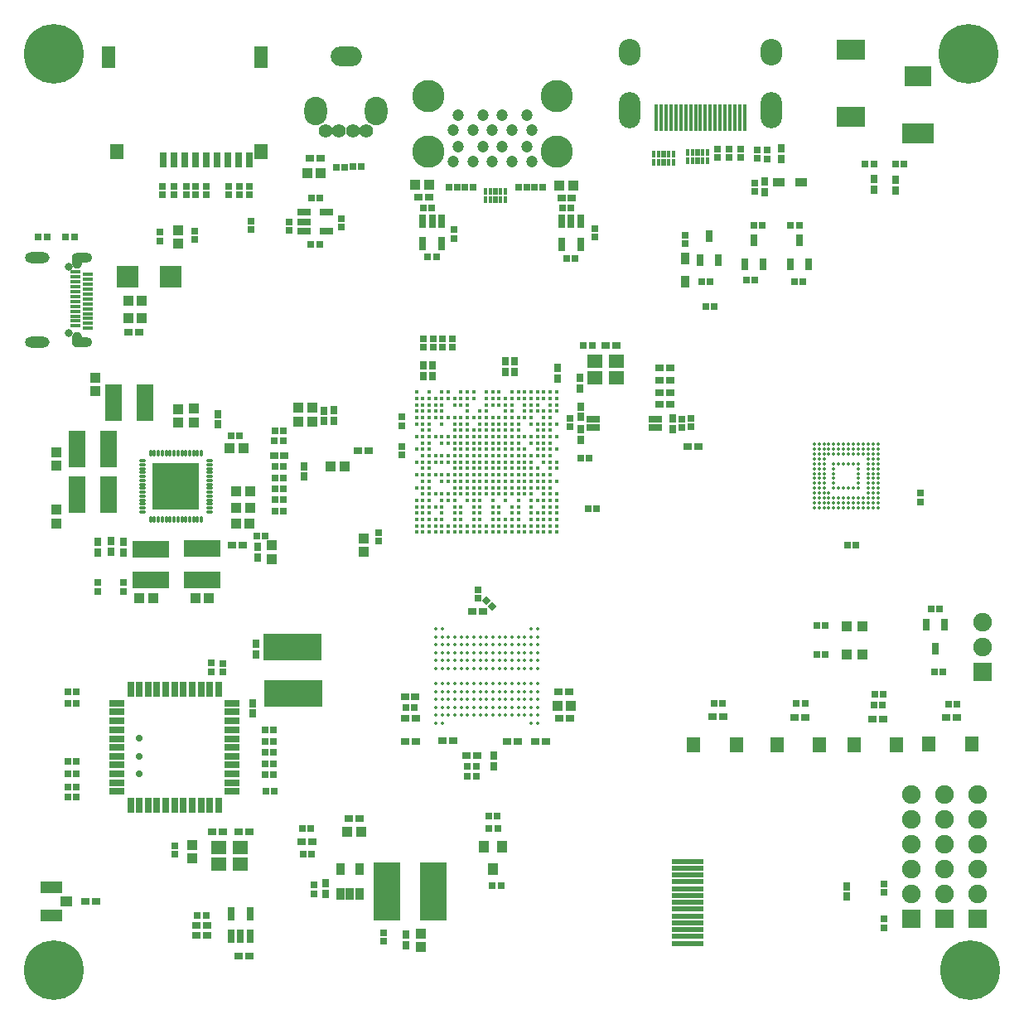
<source format=gts>
G04*
G04 #@! TF.GenerationSoftware,Altium Limited,Altium Designer,25.0.2 (28)*
G04*
G04 Layer_Color=8388736*
%FSLAX44Y44*%
%MOMM*%
G71*
G04*
G04 #@! TF.SameCoordinates,34CB3397-E1FD-41C1-9A6A-8B3E81618BB9*
G04*
G04*
G04 #@! TF.FilePolarity,Negative*
G04*
G01*
G75*
%ADD23C,0.6000*%
%ADD53R,0.6416X0.8917*%
%ADD54R,1.1032X1.0032*%
%ADD55R,0.6673X0.6416*%
%ADD56R,0.8917X0.6416*%
%ADD57R,1.4332X1.5632*%
%ADD58C,0.3556*%
%ADD59C,0.3816*%
%ADD60R,0.7000X1.6000*%
%ADD61R,1.6000X0.7000*%
%ADD62C,0.7000*%
%ADD63R,0.8032X1.5032*%
%ADD64R,1.4032X1.6032*%
%ADD65R,1.4032X2.2032*%
%ADD66R,0.4016X2.7016*%
%ADD67R,2.7032X2.0032*%
%ADD68R,3.0033X2.0032*%
%ADD69R,3.2032X2.0032*%
%ADD70R,0.6416X0.6673*%
%ADD71R,1.2032X0.9532*%
%ADD72R,1.0032X1.1032*%
%ADD73R,1.0516X0.4016*%
%ADD74R,1.6032X1.4032*%
%ADD75R,1.4031X0.8032*%
%ADD76R,0.7532X0.6532*%
G04:AMPARAMS|DCode=77|XSize=0.6673mm|YSize=0.6416mm|CornerRadius=0mm|HoleSize=0mm|Usage=FLASHONLY|Rotation=315.000|XOffset=0mm|YOffset=0mm|HoleType=Round|Shape=Rectangle|*
%AMROTATEDRECTD77*
4,1,4,-0.4627,0.0091,-0.0091,0.4627,0.4627,-0.0091,0.0091,-0.4627,-0.4627,0.0091,0.0*
%
%ADD77ROTATEDRECTD77*%

%ADD78R,5.9032X2.7032*%
%ADD79R,2.7032X5.9032*%
%ADD80R,3.2032X0.6032*%
%ADD81R,0.3016X0.7666*%
%ADD82C,0.3500*%
%ADD83O,0.3016X0.7666*%
%ADD84O,0.7666X0.3016*%
%ADD85R,4.7016X4.7016*%
%ADD86R,1.3782X0.6932*%
%ADD87R,1.3602X0.6932*%
%ADD88R,0.6532X0.7532*%
%ADD89R,1.0032X1.2032*%
%ADD90R,0.5016X0.7666*%
%ADD91R,0.9532X1.2032*%
%ADD92R,2.2032X2.2032*%
%ADD93R,1.1500X1.1000*%
%ADD94R,2.3000X1.1500*%
%ADD95R,0.6932X1.3782*%
%ADD96R,0.6932X1.3602*%
%ADD97R,0.9032X1.3032*%
%ADD98R,1.8032X3.7032*%
%ADD99R,3.7032X1.8032*%
%ADD100R,1.0032X1.0032*%
%ADD101R,0.8032X1.2732*%
%ADD102R,1.9032X1.9032*%
%ADD103C,1.9032*%
%ADD104C,6.1000*%
%ADD105O,2.2032X3.7032*%
%ADD106O,2.2032X2.7032*%
%ADD107O,2.1016X1.0016*%
%ADD108O,1.0016X1.6016*%
%ADD109O,2.5016X1.1016*%
%ADD110C,0.8032*%
%ADD111C,3.3000*%
%ADD112C,1.2000*%
%ADD113O,3.2032X2.0032*%
%ADD114O,2.3032X2.9032*%
%ADD115O,2.3032X2.9032*%
%ADD116C,1.4031*%
D23*
X102870Y11430D02*
D03*
X85090Y20320D02*
D03*
X119380Y19050D02*
D03*
X80010Y35560D02*
D03*
X125730D02*
D03*
X86360Y52070D02*
D03*
X119380D02*
D03*
X102870Y58420D02*
D03*
Y947420D02*
D03*
X85090Y956310D02*
D03*
X119380Y955040D02*
D03*
X80010Y971550D02*
D03*
X125730D02*
D03*
X86360Y988060D02*
D03*
X119380D02*
D03*
X102870Y994410D02*
D03*
X1037590Y947420D02*
D03*
X1019810Y956310D02*
D03*
X1054100Y955040D02*
D03*
X1014730Y971550D02*
D03*
X1060450D02*
D03*
X1021080Y988060D02*
D03*
X1054100D02*
D03*
X1037590Y994410D02*
D03*
X1038860Y58420D02*
D03*
X1055370Y52070D02*
D03*
X1022350D02*
D03*
X1061720Y35560D02*
D03*
X1016000D02*
D03*
X1055370Y19050D02*
D03*
X1021080Y20320D02*
D03*
X1038860Y11430D02*
D03*
D53*
X358140Y550281D02*
D03*
Y539379D02*
D03*
X378681Y606991D02*
D03*
Y596090D02*
D03*
X388387Y607136D02*
D03*
Y596235D02*
D03*
X311150Y467731D02*
D03*
Y456829D02*
D03*
X479671Y653010D02*
D03*
Y642108D02*
D03*
X489710Y653244D02*
D03*
Y642343D02*
D03*
X563620Y646321D02*
D03*
Y657222D02*
D03*
X573534Y646321D02*
D03*
Y657222D02*
D03*
X617173Y650497D02*
D03*
Y639596D02*
D03*
X640080Y629549D02*
D03*
Y640451D02*
D03*
X641350Y600339D02*
D03*
Y611241D02*
D03*
X641242Y587824D02*
D03*
Y576922D02*
D03*
X734530Y599133D02*
D03*
Y588232D02*
D03*
X308973Y357585D02*
D03*
Y368487D02*
D03*
X828840Y830211D02*
D03*
Y841112D02*
D03*
X913130Y121021D02*
D03*
Y110119D02*
D03*
X552450Y243469D02*
D03*
Y254371D02*
D03*
X962660Y831850D02*
D03*
Y842751D02*
D03*
X940354Y832652D02*
D03*
Y843554D02*
D03*
X846063Y864350D02*
D03*
Y875251D02*
D03*
X305362Y308182D02*
D03*
Y297281D02*
D03*
X270510Y592719D02*
D03*
Y603621D02*
D03*
X161068Y473315D02*
D03*
Y462414D02*
D03*
X147524Y473151D02*
D03*
Y462250D02*
D03*
X173990Y473181D02*
D03*
Y462280D02*
D03*
X379823Y113307D02*
D03*
Y124208D02*
D03*
X462184Y71836D02*
D03*
Y60935D02*
D03*
D54*
X366239Y610019D02*
D03*
Y596019D02*
D03*
X352060Y609755D02*
D03*
Y595754D02*
D03*
X325165Y469365D02*
D03*
Y455364D02*
D03*
X243808Y149423D02*
D03*
Y163424D02*
D03*
X419100Y476475D02*
D03*
Y462475D02*
D03*
X105410Y564530D02*
D03*
Y550530D02*
D03*
X144780Y626730D02*
D03*
Y640730D02*
D03*
X105410Y505552D02*
D03*
Y491552D02*
D03*
X245524Y594922D02*
D03*
Y608922D02*
D03*
X229378Y594635D02*
D03*
Y608636D02*
D03*
Y791342D02*
D03*
Y777342D02*
D03*
X477963Y72497D02*
D03*
Y58496D02*
D03*
D55*
X336760Y576580D02*
D03*
X328103D02*
D03*
X328237Y586762D02*
D03*
X336894D02*
D03*
X764220Y738886D02*
D03*
X772877D02*
D03*
X810391Y740057D02*
D03*
X819047D02*
D03*
X855524Y796587D02*
D03*
X864180D02*
D03*
X826519D02*
D03*
X817862D02*
D03*
X630921Y814007D02*
D03*
X622264D02*
D03*
X493221Y763757D02*
D03*
X484565D02*
D03*
X488479Y814311D02*
D03*
X479823D02*
D03*
X643770Y673946D02*
D03*
X652426D02*
D03*
X648475Y506627D02*
D03*
X657131D02*
D03*
X640671Y558497D02*
D03*
X649327D02*
D03*
X922393Y469309D02*
D03*
X913737D02*
D03*
X626403Y762836D02*
D03*
X635059D02*
D03*
X365158Y180273D02*
D03*
X356502D02*
D03*
X366131Y153670D02*
D03*
X357475D02*
D03*
X257958Y91440D02*
D03*
X249301D02*
D03*
X1002264Y340360D02*
D03*
X1010920D02*
D03*
X998927Y404701D02*
D03*
X1007584D02*
D03*
X869993Y307455D02*
D03*
X861337D02*
D03*
X785890Y307563D02*
D03*
X777234D02*
D03*
X1025408Y307340D02*
D03*
X1016752D02*
D03*
X949960Y317500D02*
D03*
X941304D02*
D03*
X882270Y357990D02*
D03*
X890926D02*
D03*
X882270Y387255D02*
D03*
X890926D02*
D03*
X365242Y777240D02*
D03*
X373898D02*
D03*
X365760Y824230D02*
D03*
X374416D02*
D03*
X550662Y121920D02*
D03*
X559318D02*
D03*
X556026Y180340D02*
D03*
X547370D02*
D03*
X555508Y193040D02*
D03*
X546852D02*
D03*
X470985Y303345D02*
D03*
X462329D02*
D03*
X525308Y233494D02*
D03*
X533965D02*
D03*
X533909Y243862D02*
D03*
X525253D02*
D03*
X971445Y858651D02*
D03*
X962788D02*
D03*
X931611D02*
D03*
X940267D02*
D03*
X768506Y713169D02*
D03*
X777163D02*
D03*
X867851Y738964D02*
D03*
X859195D02*
D03*
X125394Y212073D02*
D03*
X116738D02*
D03*
X125394Y222233D02*
D03*
X116738D02*
D03*
X125394Y236203D02*
D03*
X116738D02*
D03*
X125394Y248903D02*
D03*
X116738D02*
D03*
X318901Y218423D02*
D03*
X327558D02*
D03*
X125394Y307677D02*
D03*
X116738D02*
D03*
X327039Y280907D02*
D03*
X318383D02*
D03*
X327039Y269223D02*
D03*
X318383D02*
D03*
X327039Y257793D02*
D03*
X318383D02*
D03*
X327039Y246363D02*
D03*
X318383D02*
D03*
X327039Y234933D02*
D03*
X318383D02*
D03*
X125628Y320023D02*
D03*
X116971D02*
D03*
X123228Y784860D02*
D03*
X114572D02*
D03*
X95382D02*
D03*
X86725D02*
D03*
X318253Y478788D02*
D03*
X309597D02*
D03*
X328412Y538480D02*
D03*
X337068D02*
D03*
X328412Y527050D02*
D03*
X337068D02*
D03*
X337173Y549820D02*
D03*
X328517D02*
D03*
X283585Y581618D02*
D03*
X292242D02*
D03*
X328337Y504504D02*
D03*
X336994D02*
D03*
X328412Y515749D02*
D03*
X337069D02*
D03*
D56*
X291495Y49380D02*
D03*
X302396D02*
D03*
X621098Y824043D02*
D03*
X631999D02*
D03*
X474826Y825511D02*
D03*
X485727D02*
D03*
X666546Y673871D02*
D03*
X677447D02*
D03*
X732323Y650760D02*
D03*
X721422D02*
D03*
X732075Y638189D02*
D03*
X721174D02*
D03*
X732214Y625542D02*
D03*
X721313D02*
D03*
X761036Y570632D02*
D03*
X750135D02*
D03*
X529784Y401834D02*
D03*
X540685D02*
D03*
X594491Y269235D02*
D03*
X605392D02*
D03*
X291510Y176421D02*
D03*
X302411D02*
D03*
X264249Y176530D02*
D03*
X275150D02*
D03*
X424089Y565677D02*
D03*
X413188D02*
D03*
X870321Y293370D02*
D03*
X859419D02*
D03*
X786501Y294640D02*
D03*
X775599D02*
D03*
X1025261Y293370D02*
D03*
X1014359D02*
D03*
X949960Y292100D02*
D03*
X939059D02*
D03*
X618644Y292870D02*
D03*
X629546D02*
D03*
X461360Y269223D02*
D03*
X472261D02*
D03*
X461360Y292845D02*
D03*
X472261D02*
D03*
X499482Y269289D02*
D03*
X510383D02*
D03*
X576700Y269223D02*
D03*
X565798D02*
D03*
X461086Y314429D02*
D03*
X471987D02*
D03*
X629197Y320040D02*
D03*
X618295D02*
D03*
X523975Y254338D02*
D03*
X534877D02*
D03*
X145781Y105393D02*
D03*
X134880D02*
D03*
X178510Y687163D02*
D03*
X189412D02*
D03*
X284580Y469436D02*
D03*
X295481D02*
D03*
X338191Y561340D02*
D03*
X327289D02*
D03*
X363794Y864992D02*
D03*
X374695D02*
D03*
X355647Y166636D02*
D03*
X366548D02*
D03*
X415143Y190500D02*
D03*
X404242D02*
D03*
X259080Y71120D02*
D03*
X248179D02*
D03*
X259080Y81280D02*
D03*
X248179D02*
D03*
X721243Y613103D02*
D03*
X732144D02*
D03*
D57*
X800119Y265653D02*
D03*
X756421D02*
D03*
X885014D02*
D03*
X841316D02*
D03*
X1040389Y266700D02*
D03*
X996691D02*
D03*
X963950Y265653D02*
D03*
X920251D02*
D03*
D58*
X596779Y383761D02*
D03*
Y375760D02*
D03*
Y367759D02*
D03*
Y359758D02*
D03*
Y351757D02*
D03*
Y343756D02*
D03*
Y327754D02*
D03*
Y319753D02*
D03*
Y311752D02*
D03*
Y303751D02*
D03*
Y295750D02*
D03*
Y287749D02*
D03*
X590277Y383761D02*
D03*
Y375760D02*
D03*
Y367759D02*
D03*
Y359758D02*
D03*
Y351757D02*
D03*
Y343756D02*
D03*
Y327754D02*
D03*
Y319753D02*
D03*
Y311752D02*
D03*
Y303751D02*
D03*
Y295750D02*
D03*
Y287749D02*
D03*
X583774Y375760D02*
D03*
Y367759D02*
D03*
Y359758D02*
D03*
Y351757D02*
D03*
Y343756D02*
D03*
Y327754D02*
D03*
Y319753D02*
D03*
Y311752D02*
D03*
Y303751D02*
D03*
Y295750D02*
D03*
X577297Y375760D02*
D03*
Y351757D02*
D03*
Y343756D02*
D03*
Y327754D02*
D03*
Y319753D02*
D03*
Y311752D02*
D03*
Y303751D02*
D03*
Y295750D02*
D03*
X570795Y375760D02*
D03*
Y367759D02*
D03*
Y359758D02*
D03*
Y351757D02*
D03*
Y343756D02*
D03*
Y327754D02*
D03*
Y319753D02*
D03*
Y311752D02*
D03*
Y303751D02*
D03*
Y295750D02*
D03*
X564293Y375760D02*
D03*
Y367759D02*
D03*
Y359758D02*
D03*
Y351757D02*
D03*
Y343756D02*
D03*
Y327754D02*
D03*
Y319753D02*
D03*
Y311752D02*
D03*
Y303751D02*
D03*
Y295750D02*
D03*
X557790Y375760D02*
D03*
Y367759D02*
D03*
Y359758D02*
D03*
Y351757D02*
D03*
Y343756D02*
D03*
Y327754D02*
D03*
Y319753D02*
D03*
Y311752D02*
D03*
Y303751D02*
D03*
Y295750D02*
D03*
X551288Y375760D02*
D03*
Y367759D02*
D03*
Y359758D02*
D03*
Y351757D02*
D03*
Y343756D02*
D03*
Y327754D02*
D03*
Y319753D02*
D03*
Y311752D02*
D03*
Y303751D02*
D03*
Y295750D02*
D03*
X544785Y375760D02*
D03*
Y367759D02*
D03*
Y359758D02*
D03*
Y351757D02*
D03*
Y343756D02*
D03*
Y327754D02*
D03*
Y319753D02*
D03*
Y311752D02*
D03*
Y303751D02*
D03*
Y295750D02*
D03*
X538283Y375760D02*
D03*
Y367759D02*
D03*
Y359758D02*
D03*
Y351757D02*
D03*
Y343756D02*
D03*
Y327754D02*
D03*
Y319753D02*
D03*
Y311752D02*
D03*
Y303751D02*
D03*
Y295750D02*
D03*
X531781Y375760D02*
D03*
Y367759D02*
D03*
Y359758D02*
D03*
Y351757D02*
D03*
Y343756D02*
D03*
Y327754D02*
D03*
Y319753D02*
D03*
Y311752D02*
D03*
Y303751D02*
D03*
Y295750D02*
D03*
X525278Y375760D02*
D03*
Y367759D02*
D03*
Y359758D02*
D03*
Y351757D02*
D03*
Y343756D02*
D03*
Y327754D02*
D03*
Y319753D02*
D03*
Y311752D02*
D03*
Y303751D02*
D03*
Y295750D02*
D03*
X518776Y375760D02*
D03*
Y367759D02*
D03*
Y359758D02*
D03*
Y351757D02*
D03*
Y343756D02*
D03*
Y327754D02*
D03*
Y319753D02*
D03*
Y311752D02*
D03*
Y303751D02*
D03*
Y295750D02*
D03*
X512299Y375760D02*
D03*
Y367759D02*
D03*
Y359758D02*
D03*
Y351757D02*
D03*
Y343756D02*
D03*
Y327754D02*
D03*
Y319753D02*
D03*
Y311752D02*
D03*
Y303751D02*
D03*
Y295750D02*
D03*
X505796Y375760D02*
D03*
Y367759D02*
D03*
Y359758D02*
D03*
Y351757D02*
D03*
Y343756D02*
D03*
Y327754D02*
D03*
Y319753D02*
D03*
Y311752D02*
D03*
Y303751D02*
D03*
Y295750D02*
D03*
X499294Y383761D02*
D03*
Y375760D02*
D03*
Y367759D02*
D03*
Y359758D02*
D03*
Y351757D02*
D03*
Y343756D02*
D03*
Y327754D02*
D03*
Y319753D02*
D03*
Y311752D02*
D03*
Y303751D02*
D03*
Y295750D02*
D03*
Y287749D02*
D03*
X492792Y383761D02*
D03*
Y375760D02*
D03*
Y367759D02*
D03*
Y359758D02*
D03*
Y351757D02*
D03*
Y343756D02*
D03*
Y327754D02*
D03*
Y319753D02*
D03*
Y311752D02*
D03*
Y303751D02*
D03*
Y295750D02*
D03*
Y287749D02*
D03*
X577297Y367759D02*
D03*
Y359758D02*
D03*
D59*
X596529Y619318D02*
D03*
Y625820D02*
D03*
X590029Y619318D02*
D03*
Y625820D02*
D03*
X583529Y619318D02*
D03*
Y625820D02*
D03*
X564030Y612818D02*
D03*
Y619318D02*
D03*
X544530D02*
D03*
Y625820D02*
D03*
X551030Y619318D02*
D03*
Y625820D02*
D03*
X564030Y482820D02*
D03*
X570530Y489318D02*
D03*
X609531Y482818D02*
D03*
Y489318D02*
D03*
X544530Y482818D02*
D03*
Y489318D02*
D03*
X518531Y482818D02*
D03*
Y489318D02*
D03*
X473029D02*
D03*
X479532D02*
D03*
X551030Y482820D02*
D03*
X512030D02*
D03*
X499030D02*
D03*
X603030Y502319D02*
D03*
X505530Y521819D02*
D03*
X499030D02*
D03*
X583530Y528319D02*
D03*
X616030Y534819D02*
D03*
X583530D02*
D03*
X596530Y541319D02*
D03*
X590030D02*
D03*
X505530D02*
D03*
X499030D02*
D03*
X492530D02*
D03*
X583530Y554319D02*
D03*
X512030D02*
D03*
X473030D02*
D03*
X590030Y560820D02*
D03*
X583530D02*
D03*
X577030D02*
D03*
X505530D02*
D03*
X499030D02*
D03*
X492530D02*
D03*
X616030Y567319D02*
D03*
X499030Y580319D02*
D03*
X492530D02*
D03*
X596530Y593319D02*
D03*
X590030D02*
D03*
X564030D02*
D03*
X544530D02*
D03*
X538030D02*
D03*
X577030Y599819D02*
D03*
X499031Y606318D02*
D03*
X512030Y612819D02*
D03*
X577030Y625819D02*
D03*
X557530D02*
D03*
X525030D02*
D03*
X518530D02*
D03*
X505530D02*
D03*
X486030D02*
D03*
X616031Y482818D02*
D03*
Y489318D02*
D03*
Y495821D02*
D03*
Y502321D02*
D03*
Y508820D02*
D03*
Y521820D02*
D03*
Y547820D02*
D03*
Y554319D02*
D03*
Y580319D02*
D03*
Y593319D02*
D03*
Y606318D02*
D03*
Y612818D02*
D03*
Y619318D02*
D03*
Y625820D02*
D03*
X609531Y495821D02*
D03*
Y502321D02*
D03*
Y508820D02*
D03*
Y515320D02*
D03*
Y521820D02*
D03*
Y528320D02*
D03*
Y534820D02*
D03*
Y541320D02*
D03*
Y547820D02*
D03*
Y554319D02*
D03*
Y560819D02*
D03*
Y567319D02*
D03*
Y573819D02*
D03*
Y580319D02*
D03*
Y586819D02*
D03*
Y593319D02*
D03*
Y599818D02*
D03*
Y606318D02*
D03*
Y612818D02*
D03*
Y619318D02*
D03*
Y625820D02*
D03*
X603029Y482818D02*
D03*
Y489318D02*
D03*
Y495821D02*
D03*
Y508820D02*
D03*
Y515320D02*
D03*
Y521820D02*
D03*
Y528320D02*
D03*
Y534820D02*
D03*
Y541320D02*
D03*
Y554319D02*
D03*
Y560819D02*
D03*
Y567319D02*
D03*
Y573819D02*
D03*
Y580319D02*
D03*
Y586819D02*
D03*
Y593319D02*
D03*
Y599818D02*
D03*
Y606318D02*
D03*
Y619318D02*
D03*
Y625820D02*
D03*
X596529Y482818D02*
D03*
Y489318D02*
D03*
Y495821D02*
D03*
Y502321D02*
D03*
Y515320D02*
D03*
X590030Y521819D02*
D03*
X596529Y528320D02*
D03*
Y534820D02*
D03*
Y547820D02*
D03*
Y560819D02*
D03*
Y567319D02*
D03*
Y573819D02*
D03*
Y580319D02*
D03*
Y586819D02*
D03*
Y606318D02*
D03*
Y612818D02*
D03*
X590029Y482818D02*
D03*
Y489318D02*
D03*
Y495821D02*
D03*
Y502321D02*
D03*
Y508820D02*
D03*
Y515320D02*
D03*
Y528320D02*
D03*
Y534820D02*
D03*
Y547820D02*
D03*
Y554319D02*
D03*
Y573819D02*
D03*
Y580319D02*
D03*
Y599818D02*
D03*
Y606318D02*
D03*
Y612818D02*
D03*
X583529Y482818D02*
D03*
Y489318D02*
D03*
X577030Y495820D02*
D03*
Y502319D02*
D03*
Y508820D02*
D03*
X616030Y515319D02*
D03*
X583529Y521820D02*
D03*
Y541320D02*
D03*
Y547820D02*
D03*
Y567319D02*
D03*
Y580319D02*
D03*
Y599818D02*
D03*
Y606318D02*
D03*
Y612818D02*
D03*
X577030Y482818D02*
D03*
Y489318D02*
D03*
X570530Y495818D02*
D03*
X577030Y521820D02*
D03*
Y528320D02*
D03*
Y534820D02*
D03*
Y541320D02*
D03*
Y547820D02*
D03*
Y554319D02*
D03*
Y567319D02*
D03*
Y573819D02*
D03*
Y580319D02*
D03*
Y586819D02*
D03*
Y593319D02*
D03*
Y619318D02*
D03*
X570530Y482818D02*
D03*
Y502321D02*
D03*
Y508820D02*
D03*
X577030Y515319D02*
D03*
X570530Y521820D02*
D03*
Y528320D02*
D03*
Y534820D02*
D03*
Y541320D02*
D03*
Y547820D02*
D03*
Y554319D02*
D03*
Y560819D02*
D03*
Y567319D02*
D03*
Y573819D02*
D03*
Y580319D02*
D03*
Y586819D02*
D03*
Y593319D02*
D03*
Y599818D02*
D03*
Y606318D02*
D03*
Y612818D02*
D03*
Y619318D02*
D03*
Y625820D02*
D03*
X564030Y489318D02*
D03*
Y495818D02*
D03*
X557530Y502319D02*
D03*
Y508820D02*
D03*
X564030Y515320D02*
D03*
Y521820D02*
D03*
Y528320D02*
D03*
Y534820D02*
D03*
Y541320D02*
D03*
Y547820D02*
D03*
Y554319D02*
D03*
Y560819D02*
D03*
Y567319D02*
D03*
Y573819D02*
D03*
Y580319D02*
D03*
Y586819D02*
D03*
Y599818D02*
D03*
Y606318D02*
D03*
X557530Y482818D02*
D03*
Y489318D02*
D03*
Y495821D02*
D03*
Y521820D02*
D03*
Y528320D02*
D03*
Y534820D02*
D03*
Y541320D02*
D03*
Y547820D02*
D03*
Y554319D02*
D03*
Y560819D02*
D03*
Y567319D02*
D03*
Y573819D02*
D03*
Y580319D02*
D03*
Y586819D02*
D03*
Y593319D02*
D03*
Y599818D02*
D03*
Y612818D02*
D03*
Y619318D02*
D03*
X551030Y489318D02*
D03*
Y495821D02*
D03*
Y502321D02*
D03*
Y508820D02*
D03*
Y515320D02*
D03*
Y521820D02*
D03*
Y528320D02*
D03*
Y534820D02*
D03*
Y541320D02*
D03*
Y547820D02*
D03*
Y554319D02*
D03*
Y560819D02*
D03*
Y567319D02*
D03*
Y573819D02*
D03*
Y580319D02*
D03*
Y586819D02*
D03*
Y593319D02*
D03*
Y599818D02*
D03*
Y612818D02*
D03*
X538030Y495820D02*
D03*
X538030Y515320D02*
D03*
X544530Y521820D02*
D03*
Y528320D02*
D03*
Y534820D02*
D03*
Y541320D02*
D03*
Y547820D02*
D03*
Y554319D02*
D03*
Y560819D02*
D03*
Y567319D02*
D03*
Y573819D02*
D03*
Y580319D02*
D03*
Y586819D02*
D03*
Y599818D02*
D03*
Y606318D02*
D03*
Y612818D02*
D03*
X538030Y482818D02*
D03*
Y489318D02*
D03*
Y502321D02*
D03*
Y508820D02*
D03*
Y521820D02*
D03*
Y528320D02*
D03*
Y534820D02*
D03*
Y541320D02*
D03*
Y547820D02*
D03*
Y554319D02*
D03*
Y560819D02*
D03*
Y567319D02*
D03*
Y573819D02*
D03*
Y580319D02*
D03*
Y586819D02*
D03*
Y599818D02*
D03*
Y606318D02*
D03*
X531531Y482818D02*
D03*
Y489318D02*
D03*
Y502321D02*
D03*
Y508820D02*
D03*
Y515320D02*
D03*
Y521820D02*
D03*
Y528320D02*
D03*
Y534820D02*
D03*
Y541320D02*
D03*
Y547820D02*
D03*
Y554319D02*
D03*
Y560819D02*
D03*
Y567319D02*
D03*
Y573819D02*
D03*
Y580319D02*
D03*
Y586819D02*
D03*
Y599818D02*
D03*
Y619318D02*
D03*
Y625820D02*
D03*
X525031Y482818D02*
D03*
Y489318D02*
D03*
X531530Y495820D02*
D03*
X525031Y521820D02*
D03*
Y528320D02*
D03*
Y534820D02*
D03*
Y541320D02*
D03*
Y547820D02*
D03*
Y554319D02*
D03*
Y560819D02*
D03*
Y567319D02*
D03*
Y573819D02*
D03*
Y580319D02*
D03*
Y586819D02*
D03*
Y593319D02*
D03*
Y599818D02*
D03*
Y606318D02*
D03*
Y612818D02*
D03*
Y619318D02*
D03*
X518531Y495821D02*
D03*
Y502321D02*
D03*
Y508820D02*
D03*
X525030Y515319D02*
D03*
X518531Y521820D02*
D03*
Y528320D02*
D03*
Y534820D02*
D03*
Y541320D02*
D03*
Y547820D02*
D03*
Y554319D02*
D03*
Y560819D02*
D03*
Y567319D02*
D03*
Y573819D02*
D03*
Y580319D02*
D03*
Y586819D02*
D03*
Y593319D02*
D03*
Y599818D02*
D03*
Y612818D02*
D03*
Y619318D02*
D03*
X512031Y489318D02*
D03*
Y495821D02*
D03*
Y502321D02*
D03*
Y508820D02*
D03*
Y515320D02*
D03*
Y521820D02*
D03*
Y528320D02*
D03*
Y534820D02*
D03*
Y541320D02*
D03*
Y547820D02*
D03*
Y560819D02*
D03*
Y567319D02*
D03*
Y573819D02*
D03*
Y580319D02*
D03*
Y586819D02*
D03*
Y593319D02*
D03*
Y599818D02*
D03*
Y619318D02*
D03*
X505531Y482818D02*
D03*
Y489318D02*
D03*
Y515320D02*
D03*
Y534820D02*
D03*
Y554319D02*
D03*
Y573819D02*
D03*
Y580319D02*
D03*
Y599818D02*
D03*
Y619318D02*
D03*
X499031Y489318D02*
D03*
Y495821D02*
D03*
Y502321D02*
D03*
Y508820D02*
D03*
Y534820D02*
D03*
Y554319D02*
D03*
Y573819D02*
D03*
Y593319D02*
D03*
Y599818D02*
D03*
Y612818D02*
D03*
Y619318D02*
D03*
Y625820D02*
D03*
X492531Y482818D02*
D03*
Y489318D02*
D03*
Y495821D02*
D03*
Y508820D02*
D03*
X499030Y515319D02*
D03*
X492531Y521820D02*
D03*
Y554319D02*
D03*
Y599818D02*
D03*
Y606318D02*
D03*
Y612818D02*
D03*
Y619318D02*
D03*
X486031Y482818D02*
D03*
Y489318D02*
D03*
Y495821D02*
D03*
Y502321D02*
D03*
Y508820D02*
D03*
Y515320D02*
D03*
Y521820D02*
D03*
Y528320D02*
D03*
Y534820D02*
D03*
Y541320D02*
D03*
Y547820D02*
D03*
Y554319D02*
D03*
Y560819D02*
D03*
Y567319D02*
D03*
Y573819D02*
D03*
Y580319D02*
D03*
Y586819D02*
D03*
Y593319D02*
D03*
Y599818D02*
D03*
Y606318D02*
D03*
Y612818D02*
D03*
Y619318D02*
D03*
X479532Y482818D02*
D03*
Y495821D02*
D03*
Y502321D02*
D03*
Y508820D02*
D03*
Y515320D02*
D03*
Y521820D02*
D03*
Y528320D02*
D03*
Y534820D02*
D03*
Y541320D02*
D03*
Y547820D02*
D03*
Y554319D02*
D03*
Y560819D02*
D03*
Y567319D02*
D03*
Y573819D02*
D03*
Y580319D02*
D03*
Y586819D02*
D03*
Y593319D02*
D03*
Y599818D02*
D03*
Y606318D02*
D03*
Y612818D02*
D03*
Y619318D02*
D03*
X473029Y482818D02*
D03*
Y495821D02*
D03*
Y502321D02*
D03*
Y508820D02*
D03*
Y515320D02*
D03*
Y528320D02*
D03*
Y541320D02*
D03*
Y567319D02*
D03*
Y580319D02*
D03*
Y593319D02*
D03*
Y599818D02*
D03*
Y606318D02*
D03*
Y612818D02*
D03*
Y619318D02*
D03*
Y625820D02*
D03*
D60*
X180916Y203988D02*
D03*
X189806D02*
D03*
X198950D02*
D03*
X207840D02*
D03*
X216984D02*
D03*
X225874D02*
D03*
X234764D02*
D03*
X243908D02*
D03*
X252798D02*
D03*
X261942D02*
D03*
X270832D02*
D03*
Y321778D02*
D03*
X261942D02*
D03*
X252798D02*
D03*
X243908D02*
D03*
X234764D02*
D03*
X225874D02*
D03*
X216984D02*
D03*
X207840D02*
D03*
X198950D02*
D03*
X189806D02*
D03*
X180916D02*
D03*
D61*
X284769Y217925D02*
D03*
Y226815D02*
D03*
Y235959D02*
D03*
Y244849D02*
D03*
Y253993D02*
D03*
Y262883D02*
D03*
Y271773D02*
D03*
Y280917D02*
D03*
Y289807D02*
D03*
Y298951D02*
D03*
Y307841D02*
D03*
X166979D02*
D03*
Y298951D02*
D03*
Y289807D02*
D03*
Y280917D02*
D03*
Y271773D02*
D03*
Y262883D02*
D03*
Y253993D02*
D03*
Y244849D02*
D03*
Y235959D02*
D03*
Y226815D02*
D03*
Y217925D02*
D03*
D62*
X189806Y235883D02*
D03*
Y253884D02*
D03*
Y271882D02*
D03*
D63*
X213950Y862838D02*
D03*
X224950D02*
D03*
X235951D02*
D03*
X246951D02*
D03*
X257949D02*
D03*
X268950D02*
D03*
X279950D02*
D03*
X290949D02*
D03*
X301950Y862842D02*
D03*
D64*
X313950Y871342D02*
D03*
X167150D02*
D03*
D65*
X158750Y968360D02*
D03*
X313950D02*
D03*
D66*
X808267Y906200D02*
D03*
X803266D02*
D03*
X798267D02*
D03*
X793266D02*
D03*
X788267D02*
D03*
X783266D02*
D03*
X778267D02*
D03*
X773266D02*
D03*
X768267D02*
D03*
X763266D02*
D03*
X758268D02*
D03*
X753266D02*
D03*
X748268D02*
D03*
X743266D02*
D03*
X738268D02*
D03*
X733266D02*
D03*
X728268D02*
D03*
X723266D02*
D03*
X718268D02*
D03*
D67*
X985228Y948699D02*
D03*
D68*
X917230Y907200D02*
D03*
Y976199D02*
D03*
D69*
X985230Y890701D02*
D03*
D70*
X747432Y777463D02*
D03*
Y786119D02*
D03*
X511810Y783072D02*
D03*
Y791728D02*
D03*
X458281Y561609D02*
D03*
Y570265D02*
D03*
X629947Y598951D02*
D03*
Y590295D02*
D03*
X753951Y590254D02*
D03*
Y598910D02*
D03*
X536136Y415190D02*
D03*
Y423846D02*
D03*
X655549Y793136D02*
D03*
Y784479D02*
D03*
X368374Y122122D02*
D03*
Y113466D02*
D03*
X439420Y73426D02*
D03*
Y64770D02*
D03*
X480061Y671651D02*
D03*
Y680307D02*
D03*
X509807D02*
D03*
Y671651D02*
D03*
X489858Y680307D02*
D03*
Y671651D02*
D03*
X499919D02*
D03*
Y680307D02*
D03*
X951230Y114508D02*
D03*
Y123164D02*
D03*
Y78740D02*
D03*
Y87396D02*
D03*
X246042Y790387D02*
D03*
Y781731D02*
D03*
X396240Y794502D02*
D03*
Y803158D02*
D03*
X342869Y790928D02*
D03*
Y799584D02*
D03*
X303869Y800510D02*
D03*
Y791854D02*
D03*
X434439Y473860D02*
D03*
Y482516D02*
D03*
X831850Y864352D02*
D03*
Y873008D02*
D03*
X263565Y340334D02*
D03*
Y348990D02*
D03*
X275002Y339984D02*
D03*
Y348640D02*
D03*
X225874Y153798D02*
D03*
Y162455D02*
D03*
X458053Y591704D02*
D03*
Y600360D02*
D03*
X987727Y513769D02*
D03*
Y522426D02*
D03*
X147524Y422340D02*
D03*
Y430997D02*
D03*
X173748Y431164D02*
D03*
Y422508D02*
D03*
X210820Y780532D02*
D03*
Y789188D02*
D03*
D71*
X866352Y840037D02*
D03*
X842900D02*
D03*
D72*
X619114Y836714D02*
D03*
X633115D02*
D03*
X471975Y837837D02*
D03*
X485975D02*
D03*
X302941Y507922D02*
D03*
X288940D02*
D03*
X288829Y524428D02*
D03*
X302829D02*
D03*
X399430Y549910D02*
D03*
X385430D02*
D03*
X616866Y305320D02*
D03*
X630866D02*
D03*
X178561Y701731D02*
D03*
X192562D02*
D03*
X178401Y719019D02*
D03*
X192402D02*
D03*
X296294Y568922D02*
D03*
X282293D02*
D03*
X203962Y415542D02*
D03*
X189961D02*
D03*
X247053D02*
D03*
X261054D02*
D03*
X288625Y491754D02*
D03*
X302625D02*
D03*
X361357Y849771D02*
D03*
X375358D02*
D03*
X416413Y176530D02*
D03*
X402413D02*
D03*
D73*
X137343Y746079D02*
D03*
Y741078D02*
D03*
Y736079D02*
D03*
Y731078D02*
D03*
Y726079D02*
D03*
Y721078D02*
D03*
Y716079D02*
D03*
Y711078D02*
D03*
Y706079D02*
D03*
Y701078D02*
D03*
Y696079D02*
D03*
Y691078D02*
D03*
X124344Y748579D02*
D03*
Y743580D02*
D03*
Y738579D02*
D03*
Y733580D02*
D03*
Y728579D02*
D03*
Y723580D02*
D03*
Y718579D02*
D03*
Y713580D02*
D03*
Y708579D02*
D03*
Y703580D02*
D03*
Y698579D02*
D03*
Y693580D02*
D03*
D74*
X655669Y657263D02*
D03*
X677671D02*
D03*
Y640262D02*
D03*
X655669D02*
D03*
X270720Y160790D02*
D03*
X292721D02*
D03*
Y143790D02*
D03*
X270720D02*
D03*
D75*
X653990Y589671D02*
D03*
X716993D02*
D03*
Y598172D02*
D03*
X653990D02*
D03*
D76*
X744220Y590111D02*
D03*
Y598609D02*
D03*
X818816Y839911D02*
D03*
Y831412D02*
D03*
X820916Y864760D02*
D03*
Y873259D02*
D03*
X803957Y865804D02*
D03*
Y874303D02*
D03*
X792524Y865919D02*
D03*
Y874418D02*
D03*
X780859Y865919D02*
D03*
Y874418D02*
D03*
X280800Y827969D02*
D03*
Y836468D02*
D03*
X292230Y827969D02*
D03*
Y836468D02*
D03*
X213490Y827969D02*
D03*
Y836468D02*
D03*
X224920Y827969D02*
D03*
Y836468D02*
D03*
X237620Y827969D02*
D03*
Y836468D02*
D03*
X258258Y827969D02*
D03*
Y836468D02*
D03*
X302628Y827969D02*
D03*
Y836468D02*
D03*
X247545Y827969D02*
D03*
Y836468D02*
D03*
D77*
X550685Y406433D02*
D03*
X544564Y412554D02*
D03*
D78*
X346486Y365166D02*
D03*
X346740Y318166D02*
D03*
D79*
X443250Y115404D02*
D03*
X490250Y115658D02*
D03*
D80*
X750571Y146481D02*
D03*
Y139481D02*
D03*
Y125481D02*
D03*
Y132481D02*
D03*
Y118481D02*
D03*
Y111481D02*
D03*
Y104480D02*
D03*
Y97480D02*
D03*
Y90480D02*
D03*
Y83480D02*
D03*
Y76479D02*
D03*
Y69479D02*
D03*
Y62479D02*
D03*
D81*
X765257Y870839D02*
D03*
X770256D02*
D03*
X750256D02*
D03*
X755257D02*
D03*
X730766Y869049D02*
D03*
X735764D02*
D03*
X715764D02*
D03*
X720766D02*
D03*
X558721Y831098D02*
D03*
X563720D02*
D03*
X543720D02*
D03*
X548721D02*
D03*
X543720Y822442D02*
D03*
X548721D02*
D03*
X735764Y860393D02*
D03*
X730766D02*
D03*
X720766D02*
D03*
X715764D02*
D03*
X770256Y862183D02*
D03*
X765257D02*
D03*
X755257D02*
D03*
X750256D02*
D03*
X563720Y822442D02*
D03*
X558721D02*
D03*
D82*
X879497Y507707D02*
D03*
Y512708D02*
D03*
Y517707D02*
D03*
Y522708D02*
D03*
Y527707D02*
D03*
Y532708D02*
D03*
Y537707D02*
D03*
Y542708D02*
D03*
Y547707D02*
D03*
Y552708D02*
D03*
Y557707D02*
D03*
Y562708D02*
D03*
Y567707D02*
D03*
Y572708D02*
D03*
X884498Y507707D02*
D03*
Y512708D02*
D03*
Y517707D02*
D03*
Y522708D02*
D03*
Y527707D02*
D03*
Y532708D02*
D03*
Y537707D02*
D03*
Y542708D02*
D03*
Y547707D02*
D03*
Y552708D02*
D03*
Y557707D02*
D03*
Y562708D02*
D03*
Y567707D02*
D03*
Y572708D02*
D03*
X889497Y507707D02*
D03*
Y512708D02*
D03*
Y517707D02*
D03*
Y522708D02*
D03*
Y527707D02*
D03*
Y532708D02*
D03*
Y537707D02*
D03*
Y542708D02*
D03*
Y547707D02*
D03*
Y552708D02*
D03*
Y557707D02*
D03*
Y562708D02*
D03*
Y567707D02*
D03*
Y572708D02*
D03*
X894498Y507707D02*
D03*
Y512708D02*
D03*
Y517707D02*
D03*
Y522708D02*
D03*
Y562708D02*
D03*
Y567707D02*
D03*
Y572708D02*
D03*
X899497Y507707D02*
D03*
Y512708D02*
D03*
Y517707D02*
D03*
Y527707D02*
D03*
Y532708D02*
D03*
Y537707D02*
D03*
Y542708D02*
D03*
Y547707D02*
D03*
Y552708D02*
D03*
Y562708D02*
D03*
Y567707D02*
D03*
Y572708D02*
D03*
X904498Y507707D02*
D03*
Y512708D02*
D03*
Y517707D02*
D03*
Y527707D02*
D03*
Y552708D02*
D03*
Y562708D02*
D03*
Y567707D02*
D03*
Y572708D02*
D03*
X909497Y507707D02*
D03*
Y512708D02*
D03*
Y517707D02*
D03*
Y527707D02*
D03*
Y552708D02*
D03*
Y562708D02*
D03*
Y567707D02*
D03*
Y572708D02*
D03*
X914498Y507707D02*
D03*
Y512708D02*
D03*
Y517707D02*
D03*
Y527707D02*
D03*
Y552708D02*
D03*
Y562708D02*
D03*
Y567707D02*
D03*
Y572708D02*
D03*
X919497Y507707D02*
D03*
Y512708D02*
D03*
Y517707D02*
D03*
Y527707D02*
D03*
Y552708D02*
D03*
Y562708D02*
D03*
Y567707D02*
D03*
Y572708D02*
D03*
X924498Y507707D02*
D03*
Y512708D02*
D03*
Y517707D02*
D03*
Y527707D02*
D03*
Y532708D02*
D03*
Y537707D02*
D03*
Y542708D02*
D03*
Y547707D02*
D03*
Y552708D02*
D03*
Y562708D02*
D03*
Y567707D02*
D03*
Y572708D02*
D03*
X929497Y507707D02*
D03*
Y512708D02*
D03*
Y517707D02*
D03*
Y562708D02*
D03*
Y567707D02*
D03*
Y572708D02*
D03*
X934498Y507707D02*
D03*
Y512708D02*
D03*
Y517707D02*
D03*
Y522708D02*
D03*
Y527707D02*
D03*
Y532708D02*
D03*
Y537707D02*
D03*
Y542708D02*
D03*
Y547707D02*
D03*
Y552708D02*
D03*
Y557707D02*
D03*
Y562708D02*
D03*
Y567707D02*
D03*
Y572708D02*
D03*
X939497Y507707D02*
D03*
Y512708D02*
D03*
Y517707D02*
D03*
Y522708D02*
D03*
Y527707D02*
D03*
Y532708D02*
D03*
Y537707D02*
D03*
Y542708D02*
D03*
Y547707D02*
D03*
Y552708D02*
D03*
Y557707D02*
D03*
Y562708D02*
D03*
Y567707D02*
D03*
Y572708D02*
D03*
X944498Y507707D02*
D03*
Y512708D02*
D03*
Y517707D02*
D03*
Y522708D02*
D03*
Y527707D02*
D03*
Y532708D02*
D03*
Y537707D02*
D03*
Y542708D02*
D03*
Y547707D02*
D03*
Y552708D02*
D03*
Y557707D02*
D03*
Y562708D02*
D03*
Y567707D02*
D03*
Y572708D02*
D03*
D83*
X201329Y495515D02*
D03*
X205330D02*
D03*
X209330D02*
D03*
X213328D02*
D03*
X217329D02*
D03*
X221329D02*
D03*
X225330D02*
D03*
X229330D02*
D03*
X233328D02*
D03*
X237329D02*
D03*
X241329D02*
D03*
X245330D02*
D03*
X249330D02*
D03*
X253328D02*
D03*
Y563665D02*
D03*
X249330D02*
D03*
X245330D02*
D03*
X241329D02*
D03*
X237329D02*
D03*
X233328D02*
D03*
X229330D02*
D03*
X225330D02*
D03*
X221329D02*
D03*
X217329D02*
D03*
X213328D02*
D03*
X209330D02*
D03*
X205330D02*
D03*
X201329D02*
D03*
D84*
X261405Y503592D02*
D03*
Y507590D02*
D03*
Y511590D02*
D03*
Y515591D02*
D03*
Y519591D02*
D03*
Y523592D02*
D03*
Y527590D02*
D03*
Y531590D02*
D03*
Y535591D02*
D03*
Y539591D02*
D03*
Y543592D02*
D03*
Y547590D02*
D03*
Y551590D02*
D03*
Y555591D02*
D03*
X193255D02*
D03*
Y551590D02*
D03*
Y547590D02*
D03*
Y543592D02*
D03*
Y539591D02*
D03*
Y535591D02*
D03*
Y531590D02*
D03*
Y527590D02*
D03*
Y523592D02*
D03*
Y519591D02*
D03*
Y515591D02*
D03*
Y511590D02*
D03*
Y507590D02*
D03*
Y503592D02*
D03*
D85*
X227329Y529591D02*
D03*
D86*
X381107Y809600D02*
D03*
Y790600D02*
D03*
D87*
X358033D02*
D03*
Y800100D02*
D03*
Y809600D02*
D03*
D88*
X416645Y856135D02*
D03*
X408146D02*
D03*
X391169Y855980D02*
D03*
X399668D02*
D03*
X940631Y306070D02*
D03*
X949129D02*
D03*
X530860Y835660D02*
D03*
X522361D02*
D03*
X506574D02*
D03*
X515073D02*
D03*
X601708Y835662D02*
D03*
X593209D02*
D03*
X577173Y835660D02*
D03*
X585672D02*
D03*
D89*
X560680Y161360D02*
D03*
X551180Y138360D02*
D03*
X541680Y161360D02*
D03*
D90*
X725764Y869049D02*
D03*
Y860393D02*
D03*
X760256Y870839D02*
D03*
Y862183D02*
D03*
X553720Y831098D02*
D03*
Y822442D02*
D03*
D91*
X747432Y762026D02*
D03*
Y738574D02*
D03*
D92*
X177500Y744197D02*
D03*
X221498D02*
D03*
D93*
X115471Y105393D02*
D03*
D94*
X100224Y90644D02*
D03*
Y120143D02*
D03*
D95*
X498494Y777285D02*
D03*
X479495D02*
D03*
X640690Y777133D02*
D03*
X621690D02*
D03*
X283870Y92817D02*
D03*
X302870D02*
D03*
D96*
X479495Y800359D02*
D03*
X488995D02*
D03*
X498494D02*
D03*
X621690Y800207D02*
D03*
X631190D02*
D03*
X640690D02*
D03*
X302870Y69743D02*
D03*
X293370D02*
D03*
X283870D02*
D03*
D97*
X395472Y112790D02*
D03*
X404972D02*
D03*
X414492D02*
D03*
Y138670D02*
D03*
X395493D02*
D03*
D98*
X158116Y567318D02*
D03*
X126117D02*
D03*
X163447Y615359D02*
D03*
X195446D02*
D03*
X158116Y520835D02*
D03*
X126117D02*
D03*
D99*
X201597Y433614D02*
D03*
Y465613D02*
D03*
X253603Y433781D02*
D03*
Y465780D02*
D03*
D100*
X912701Y357988D02*
D03*
X928691Y357991D02*
D03*
Y386574D02*
D03*
X912701Y386572D02*
D03*
D101*
X817828Y781173D02*
D03*
X827327Y756472D02*
D03*
X808328D02*
D03*
X864404Y781420D02*
D03*
X873904Y756718D02*
D03*
X854905D02*
D03*
X772062Y785722D02*
D03*
X781562Y761020D02*
D03*
X762562D02*
D03*
X1003255Y363714D02*
D03*
X993756Y388415D02*
D03*
X1012755D02*
D03*
D102*
X1046480Y87630D02*
D03*
X1012896D02*
D03*
X979157D02*
D03*
X1051560Y340360D02*
D03*
D103*
X1046480Y113030D02*
D03*
Y138430D02*
D03*
Y163830D02*
D03*
Y189230D02*
D03*
Y214630D02*
D03*
X1012896Y113030D02*
D03*
Y138430D02*
D03*
Y163830D02*
D03*
Y189230D02*
D03*
Y214630D02*
D03*
X979157Y113030D02*
D03*
Y138430D02*
D03*
Y163830D02*
D03*
Y189230D02*
D03*
Y214630D02*
D03*
X1051560Y365760D02*
D03*
Y391160D02*
D03*
D104*
X102870Y35560D02*
D03*
Y971550D02*
D03*
X1037590D02*
D03*
X1038860Y35560D02*
D03*
D105*
X690770Y913799D02*
D03*
X835770D02*
D03*
D106*
X690770Y973400D02*
D03*
X835770D02*
D03*
D107*
X130844Y763078D02*
D03*
X130843Y676680D02*
D03*
D108*
X125844Y759879D02*
D03*
X125843Y679879D02*
D03*
D109*
X85344Y763078D02*
D03*
X85343Y676680D02*
D03*
D110*
X117343Y685880D02*
D03*
Y753878D02*
D03*
D111*
X616434Y928692D02*
D03*
Y871893D02*
D03*
X485034D02*
D03*
Y928692D02*
D03*
D112*
X590734Y861692D02*
D03*
X570734D02*
D03*
X550734D02*
D03*
X530734D02*
D03*
X510734D02*
D03*
X515733Y876693D02*
D03*
X540734D02*
D03*
X560734D02*
D03*
X585733D02*
D03*
X590734Y893694D02*
D03*
X570734D02*
D03*
X550734D02*
D03*
X530734D02*
D03*
X510734D02*
D03*
X515733Y908692D02*
D03*
X540734D02*
D03*
X560734D02*
D03*
X585733D02*
D03*
D113*
X401079Y968817D02*
D03*
D114*
X370168Y912810D02*
D03*
D115*
X431788D02*
D03*
D116*
X421958Y892820D02*
D03*
X407963D02*
D03*
X393993D02*
D03*
X379997D02*
D03*
M02*

</source>
